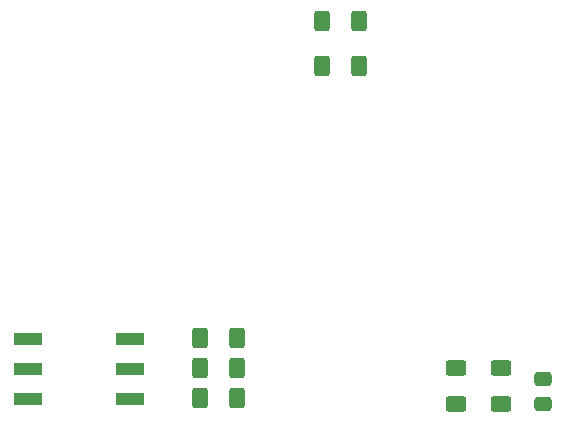
<source format=gtp>
G04 #@! TF.GenerationSoftware,KiCad,Pcbnew,8.0.1*
G04 #@! TF.CreationDate,2024-03-22T19:38:57+01:00*
G04 #@! TF.ProjectId,BikeCounter_SingleBoard,42696b65-436f-4756-9e74-65725f53696e,rev?*
G04 #@! TF.SameCoordinates,Original*
G04 #@! TF.FileFunction,Paste,Top*
G04 #@! TF.FilePolarity,Positive*
%FSLAX46Y46*%
G04 Gerber Fmt 4.6, Leading zero omitted, Abs format (unit mm)*
G04 Created by KiCad (PCBNEW 8.0.1) date 2024-03-22 19:38:57*
%MOMM*%
%LPD*%
G01*
G04 APERTURE LIST*
G04 Aperture macros list*
%AMRoundRect*
0 Rectangle with rounded corners*
0 $1 Rounding radius*
0 $2 $3 $4 $5 $6 $7 $8 $9 X,Y pos of 4 corners*
0 Add a 4 corners polygon primitive as box body*
4,1,4,$2,$3,$4,$5,$6,$7,$8,$9,$2,$3,0*
0 Add four circle primitives for the rounded corners*
1,1,$1+$1,$2,$3*
1,1,$1+$1,$4,$5*
1,1,$1+$1,$6,$7*
1,1,$1+$1,$8,$9*
0 Add four rect primitives between the rounded corners*
20,1,$1+$1,$2,$3,$4,$5,0*
20,1,$1+$1,$4,$5,$6,$7,0*
20,1,$1+$1,$6,$7,$8,$9,0*
20,1,$1+$1,$8,$9,$2,$3,0*%
G04 Aperture macros list end*
%ADD10RoundRect,0.250000X-0.400000X-0.625000X0.400000X-0.625000X0.400000X0.625000X-0.400000X0.625000X0*%
%ADD11RoundRect,0.250000X0.475000X-0.337500X0.475000X0.337500X-0.475000X0.337500X-0.475000X-0.337500X0*%
%ADD12RoundRect,0.250000X0.625000X-0.400000X0.625000X0.400000X-0.625000X0.400000X-0.625000X-0.400000X0*%
%ADD13R,2.440000X1.120000*%
G04 APERTURE END LIST*
D10*
X62000000Y-137000000D03*
X65100000Y-137000000D03*
X62000000Y-134460000D03*
X65100000Y-134460000D03*
D11*
X91016000Y-137512500D03*
X91016000Y-135437500D03*
D12*
X83650000Y-137562500D03*
X83650000Y-134462500D03*
X87460000Y-137562500D03*
X87460000Y-134462500D03*
D13*
X56000000Y-137080000D03*
X56000000Y-134540000D03*
X56000000Y-132000000D03*
X47390000Y-132000000D03*
X47390000Y-134540000D03*
X47390000Y-137080000D03*
D10*
X62000000Y-131920000D03*
X65100000Y-131920000D03*
X72322000Y-108890000D03*
X75422000Y-108890000D03*
X72322000Y-105080000D03*
X75422000Y-105080000D03*
M02*

</source>
